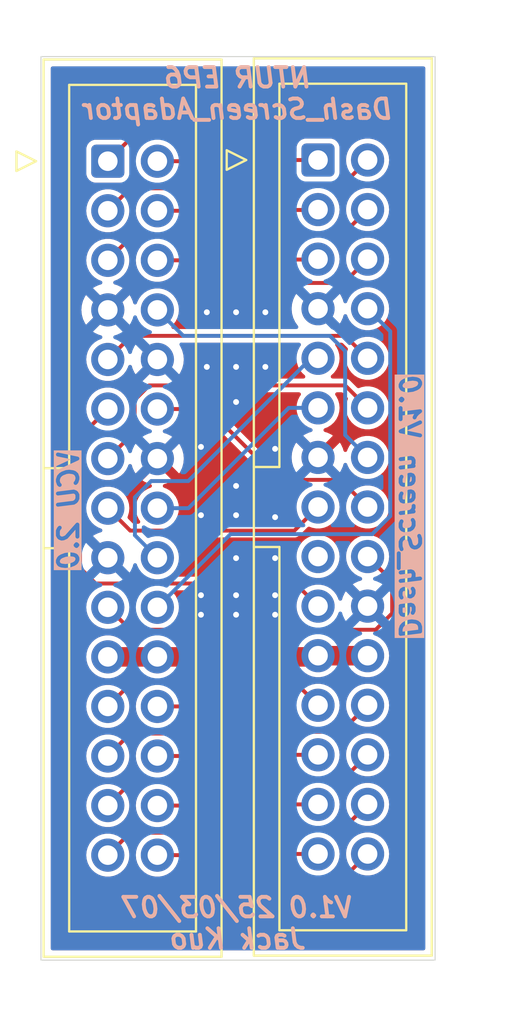
<source format=kicad_pcb>
(kicad_pcb (version 20240108) (generator "pcbnew") (generator_version "8.0")
  (title_block (title "Dash_Screen_Adaptor") (date "2025-03-07") (rev "1.0") (company "NTURacing") (comment 1 "Jack Kuo"))
  (layers (0 "F.Cu" signal) (31 "B.Cu" signal) (34 "B.Paste" user) (35 "F.Paste" user) (36 "B.SilkS" user "B.Silkscreen") (37 "F.SilkS" user "F.Silkscreen") (38 "B.Mask" user) (39 "F.Mask" user) (44 "Edge.Cuts" user))
  (net 0 "")
  (net 1 "/SPI4_LEDPWM_5VTTL")
  (net 2 "/button_raw2")
  (net 3 "/I2C2_SDA")
  (net 4 "/button_raw3")
  (net 5 "GND")
  (net 6 "+5V")
  (net 7 "/TP_MOSI")
  (net 8 "/button_raw4")
  (net 9 "/button_raw7")
  (net 10 "/LCD_DC")
  (net 11 "/BL_PWM")
  (net 12 "/SPI4_MOSI_5VTTL")
  (net 13 "/LCD_MISO")
  (net 14 "/LCD_CS")
  (net 15 "/RTDlight")
  (net 16 "/SPI4_SCK_5VTTL")
  (net 17 "/button_raw6")
  (net 18 "/TP_CS")
  (net 19 "/button_raw1")
  (net 20 "/I2C2_SCL")
  (net 21 "/TP_IRQ")
  (net 22 "/LCD_MOSI")
  (net 23 "/TP_MISO")
  (net 24 "/LCD_SCK")
  (net 25 "/SPI4_CS_5VTTL")
  (net 26 "/button_raw5")
  (net 27 "/TP_SCK")
  (footprint "Connector_IDC:IDC-Header_2x15_P2.54mm_Vertical" (layer "F.Cu") (at 92.4 37)
    (property "Reference" "J1" (hide yes))
    (property "Value" "Dashboard")
    (fp_line (start -4.68 -0.5) (end -4.68 0.5) (stroke (width 0.12)) (layer "F.SilkS"))
    (fp_line (start -4.68 0.5) (end -3.68 0) (stroke (width 0.12)) (layer "F.SilkS"))
    (fp_line (start -3.68 0) (end -4.68 -0.5) (stroke (width 0.12)) (layer "F.SilkS"))
    (fp_line (start -3.29 -5.21) (end 5.83 -5.21) (stroke (width 0.12)) (layer "F.SilkS"))
    (fp_line (start -3.29 15.73) (end -1.98 15.73) (stroke (width 0.12)) (layer "F.SilkS"))
    (fp_line (start -3.29 40.77) (end -3.29 -5.21) (stroke (width 0.12)) (layer "F.SilkS"))
    (fp_line (start -1.98 -3.91) (end 4.52 -3.91) (stroke (width 0.12)) (layer "F.SilkS"))
    (fp_line (start -1.98 15.73) (end -1.98 -3.91) (stroke (width 0.12)) (layer "F.SilkS"))
    (fp_line (start -1.98 19.83) (end -3.29 19.83) (stroke (width 0.12)) (layer "F.SilkS"))
    (fp_line (start -1.98 19.83) (end -1.98 19.83) (stroke (width 0.12)) (layer "F.SilkS"))
    (fp_line (start -1.98 39.47) (end -1.98 19.83) (stroke (width 0.12)) (layer "F.SilkS"))
    (fp_line (start 4.52 -3.91) (end 4.52 39.47) (stroke (width 0.12)) (layer "F.SilkS"))
    (fp_line (start 4.52 39.47) (end -1.98 39.47) (stroke (width 0.12)) (layer "F.SilkS"))
    (fp_line (start 5.83 -5.21) (end 5.83 40.77) (stroke (width 0.12)) (layer "F.SilkS"))
    (fp_line (start 5.83 40.77) (end -3.29 40.77) (stroke (width 0.12)) (layer "F.SilkS"))
    (pad "1" thru_hole roundrect (at 0 0) (size 1.7 1.7) (drill 1) (layers "*.Cu" "*.Mask") (roundrect_rratio 0.147059) (net 20 "/I2C2_SCL"))
    (pad "2" thru_hole circle (at 2.54 0) (size 1.7 1.7) (drill 1) (layers "*.Cu" "*.Mask") (net 3 "/I2C2_SDA"))
    (pad "3" thru_hole circle (at 0 2.54) (size 1.7 1.7) (drill 1) (layers "*.Cu" "*.Mask") (net 12 "/SPI4_MOSI_5VTTL"))
    (pad "4" thru_hole circle (at 2.54 2.54) (size 1.7 1.7) (drill 1) (layers "*.Cu" "*.Mask") (net 1 "/SPI4_LEDPWM_5VTTL"))
    (pad "5" thru_hole circle (at 0 5.08) (size 1.7 1.7) (drill 1) (layers "*.Cu" "*.Mask") (net 16 "/SPI4_SCK_5VTTL"))
    (pad "6" thru_hole circle (at 2.54 5.08) (size 1.7 1.7) (drill 1) (layers "*.Cu" "*.Mask") (net 25 "/SPI4_CS_5VTTL"))
    (pad "7" thru_hole circle (at 0 7.62) (size 1.7 1.7) (drill 1) (layers "*.Cu" "*.Mask") (net 5 "GND"))
    (pad "8" thru_hole circle (at 2.54 7.62) (size 1.7 1.7) (drill 1) (layers "*.Cu" "*.Mask") (net 21 "/TP_IRQ"))
    (pad "9" thru_hole circle (at 0 10.16) (size 1.7 1.7) (drill 1) (layers "*.Cu" "*.Mask") (net 23 "/TP_MISO"))
    (pad "10" thru_hole circle (at 2.54 10.16) (size 1.7 1.7) (drill 1) (layers "*.Cu" "*.Mask") (net 27 "/TP_SCK"))
    (pad "11" thru_hole circle (at 0 12.7) (size 1.7 1.7) (drill 1) (layers "*.Cu" "*.Mask") (net 18 "/TP_CS"))
    (pad "12" thru_hole circle (at 2.54 12.7) (size 1.7 1.7) (drill 1) (layers "*.Cu" "*.Mask") (net 7 "/TP_MOSI"))
    (pad "13" thru_hole circle (at 0 15.24) (size 1.7 1.7) (drill 1) (layers "*.Cu" "*.Mask") (net 5 "GND"))
    (pad "14" thru_hole circle (at 2.54 15.24) (size 1.7 1.7) (drill 1) (layers "*.Cu" "*.Mask") (net 11 "/BL_PWM"))
    (pad "15" thru_hole circle (at 0 17.78) (size 1.7 1.7) (drill 1) (layers "*.Cu" "*.Mask") (net 24 "/LCD_SCK"))
    (pad "16" thru_hole circle (at 2.54 17.78) (size 1.7 1.7) (drill 1) (layers "*.Cu" "*.Mask") (net 10 "/LCD_DC"))
    (pad "17" thru_hole circle (at 0 20.32) (size 1.7 1.7) (drill 1) (layers "*.Cu" "*.Mask") (net 13 "/LCD_MISO"))
    (pad "18" thru_hole circle (at 2.54 20.32) (size 1.7 1.7) (drill 1) (layers "*.Cu" "*.Mask") (net 22 "/LCD_MOSI"))
    (pad "19" thru_hole circle (at 0 22.86) (size 1.7 1.7) (drill 1) (layers "*.Cu" "*.Mask") (net 14 "/LCD_CS"))
    (pad "20" thru_hole circle (at 2.54 22.86) (size 1.7 1.7) (drill 1) (layers "*.Cu" "*.Mask") (net 5 "GND"))
    (pad "21" thru_hole circle (at 0 25.4) (size 1.7 1.7) (drill 1) (layers "*.Cu" "*.Mask") (net 6 "+5V"))
    (pad "22" thru_hole circle (at 2.54 25.4) (size 1.7 1.7) (drill 1) (layers "*.Cu" "*.Mask") (net 6 "+5V"))
    (pad "23" thru_hole circle (at 0 27.94) (size 1.7 1.7) (drill 1) (layers "*.Cu" "*.Mask") (net 19 "/button_raw1"))
    (pad "24" thru_hole circle (at 2.54 27.94) (size 1.7 1.7) (drill 1) (layers "*.Cu" "*.Mask") (net 15 "/RTDlight"))
    (pad "25" thru_hole circle (at 0 30.48) (size 1.7 1.7) (drill 1) (layers "*.Cu" "*.Mask") (net 4 "/button_raw3"))
    (pad "26" thru_hole circle (at 2.54 30.48) (size 1.7 1.7) (drill 1) (layers "*.Cu" "*.Mask") (net 2 "/button_raw2"))
    (pad "27" thru_hole circle (at 0 33.02) (size 1.7 1.7) (drill 1) (layers "*.Cu" "*.Mask") (net 26 "/button_raw5"))
    (pad "28" thru_hole circle (at 2.54 33.02) (size 1.7 1.7) (drill 1) (layers "*.Cu" "*.Mask") (net 8 "/button_raw4"))
    (pad "29" thru_hole circle (at 0 35.56) (size 1.7 1.7) (drill 1) (layers "*.Cu" "*.Mask") (net 9 "/button_raw7"))
    (pad "30" thru_hole circle (at 2.54 35.56) (size 1.7 1.7) (drill 1) (layers "*.Cu" "*.Mask") (net 17 "/button_raw6"))
  )
  (footprint "Connector_IDC:IDC-Header_2x15_P2.54mm_Vertical" (layer "F.Cu") (at 81.625 37.06)
    (property "Reference" "J2" (hide yes))
    (property "Value" "Dashboard")
    (fp_line (start -4.68 -0.5) (end -4.68 0.5) (stroke (width 0.12)) (layer "F.SilkS"))
    (fp_line (start -4.68 0.5) (end -3.68 0) (stroke (width 0.12)) (layer "F.SilkS"))
    (fp_line (start -3.68 0) (end -4.68 -0.5) (stroke (width 0.12)) (layer "F.SilkS"))
    (fp_line (start -3.29 -5.21) (end 5.83 -5.21) (stroke (width 0.12)) (layer "F.SilkS"))
    (fp_line (start -3.29 15.73) (end -1.98 15.73) (stroke (width 0.12)) (layer "F.SilkS"))
    (fp_line (start -3.29 40.77) (end -3.29 -5.21) (stroke (width 0.12)) (layer "F.SilkS"))
    (fp_line (start -1.98 -3.91) (end 4.52 -3.91) (stroke (width 0.12)) (layer "F.SilkS"))
    (fp_line (start -1.98 15.73) (end -1.98 -3.91) (stroke (width 0.12)) (layer "F.SilkS"))
    (fp_line (start -1.98 19.83) (end -3.29 19.83) (stroke (width 0.12)) (layer "F.SilkS"))
    (fp_line (start -1.98 19.83) (end -1.98 19.83) (stroke (width 0.12)) (layer "F.SilkS"))
    (fp_line (start -1.98 39.47) (end -1.98 19.83) (stroke (width 0.12)) (layer "F.SilkS"))
    (fp_line (start 4.52 -3.91) (end 4.52 39.47) (stroke (width 0.12)) (layer "F.SilkS"))
    (fp_line (start 4.52 39.47) (end -1.98 39.47) (stroke (width 0.12)) (layer "F.SilkS"))
    (fp_line (start 5.83 -5.21) (end 5.83 40.77) (stroke (width 0.12)) (layer "F.SilkS"))
    (fp_line (start 5.83 40.77) (end -3.29 40.77) (stroke (width 0.12)) (layer "F.SilkS"))
    (pad "1" thru_hole roundrect (at 0 0) (size 1.7 1.7) (drill 1) (layers "*.Cu" "*.Mask") (roundrect_rratio 0.147059) (net 20 "/I2C2_SCL"))
    (pad "2" thru_hole circle (at 2.54 0) (size 1.7 1.7) (drill 1) (layers "*.Cu" "*.Mask") (net 3 "/I2C2_SDA"))
    (pad "3" thru_hole circle (at 0 2.54) (size 1.7 1.7) (drill 1) (layers "*.Cu" "*.Mask") (net 12 "/SPI4_MOSI_5VTTL"))
    (pad "4" thru_hole circle (at 2.54 2.54) (size 1.7 1.7) (drill 1) (layers "*.Cu" "*.Mask") (net 1 "/SPI4_LEDPWM_5VTTL"))
    (pad "5" thru_hole circle (at 0 5.08) (size 1.7 1.7) (drill 1) (layers "*.Cu" "*.Mask") (net 16 "/SPI4_SCK_5VTTL"))
    (pad "6" thru_hole circle (at 2.54 5.08) (size 1.7 1.7) (drill 1) (layers "*.Cu" "*.Mask") (net 25 "/SPI4_CS_5VTTL"))
    (pad "7" thru_hole circle (at 0 7.62) (size 1.7 1.7) (drill 1) (layers "*.Cu" "*.Mask") (net 5 "GND"))
    (pad "8" thru_hole circle (at 2.54 7.62) (size 1.7 1.7) (drill 1) (layers "*.Cu" "*.Mask") (net 11 "/BL_PWM"))
    (pad "9" thru_hole circle (at 0 10.16) (size 1.7 1.7) (drill 1) (layers "*.Cu" "*.Mask") (net 27 "/TP_SCK"))
    (pad "10" thru_hole circle (at 2.54 10.16) (size 1.7 1.7) (drill 1) (layers "*.Cu" "*.Mask") (net 5 "GND"))
    (pad "11" thru_hole circle (at 0 12.7) (size 1.7 1.7) (drill 1) (layers "*.Cu" "*.Mask") (net 14 "/LCD_CS"))
    (pad "12" thru_hole circle (at 2.54 12.7) (size 1.7 1.7) (drill 1) (layers "*.Cu" "*.Mask") (net 10 "/LCD_DC"))
    (pad "13" thru_hole circle (at 0 15.24) (size 1.7 1.7) (drill 1) (layers "*.Cu" "*.Mask") (net 7 "/TP_MOSI"))
    (pad "14" thru_hole circle (at 2.54 15.24) (size 1.7 1.7) (drill 1) (layers "*.Cu" "*.Mask") (net 5 "GND"))
    (pad "15" thru_hole circle (at 0 17.78) (size 1.7 1.7) (drill 1) (layers "*.Cu" "*.Mask") (net 24 "/LCD_SCK"))
    (pad "16" thru_hole circle (at 2.54 17.78) (size 1.7 1.7) (drill 1) (layers "*.Cu" "*.Mask") (net 18 "/TP_CS"))
    (pad "17" thru_hole circle (at 0 20.32) (size 1.7 1.7) (drill 1) (layers "*.Cu" "*.Mask") (net 5 "GND"))
    (pad "18" thru_hole circle (at 2.54 20.32) (size 1.7 1.7) (drill 1) (layers "*.Cu" "*.Mask") (net 23 "/TP_MISO"))
    (pad "19" thru_hole circle (at 0 22.86) (size 1.7 1.7) (drill 1) (layers "*.Cu" "*.Mask") (net 22 "/LCD_MOSI"))
    (pad "20" thru_hole circle (at 2.54 22.86) (size 1.7 1.7) (drill 1) (layers "*.Cu" "*.Mask") (net 21 "/TP_IRQ"))
    (pad "21" thru_hole circle (at 0 25.4) (size 1.7 1.7) (drill 1) (layers "*.Cu" "*.Mask") (net 6 "+5V"))
    (pad "22" thru_hole circle (at 2.54 25.4) (size 1.7 1.7) (drill 1) (layers "*.Cu" "*.Mask") (net 6 "+5V"))
    (pad "23" thru_hole circle (at 0 27.94) (size 1.7 1.7) (drill 1) (layers "*.Cu" "*.Mask") (net 19 "/button_raw1"))
    (pad "24" thru_hole circle (at 2.54 27.94) (size 1.7 1.7) (drill 1) (layers "*.Cu" "*.Mask") (net 15 "/RTDlight"))
    (pad "25" thru_hole circle (at 0 30.48) (size 1.7 1.7) (drill 1) (layers "*.Cu" "*.Mask") (net 4 "/button_raw3"))
    (pad "26" thru_hole circle (at 2.54 30.48) (size 1.7 1.7) (drill 1) (layers "*.Cu" "*.Mask") (net 2 "/button_raw2"))
    (pad "27" thru_hole circle (at 0 33.02) (size 1.7 1.7) (drill 1) (layers "*.Cu" "*.Mask") (net 26 "/button_raw5"))
    (pad "28" thru_hole circle (at 2.54 33.02) (size 1.7 1.7) (drill 1) (layers "*.Cu" "*.Mask") (net 8 "/button_raw4"))
    (pad "29" thru_hole circle (at 0 35.56) (size 1.7 1.7) (drill 1) (layers "*.Cu" "*.Mask") (net 9 "/button_raw7"))
    (pad "30" thru_hole circle (at 2.54 35.56) (size 1.7 1.7) (drill 1) (layers "*.Cu" "*.Mask") (net 17 "/button_raw6"))
  )
  (gr_rect (start 78.2 31.7) (end 98.4 78) (stroke (width 0.05)) (fill none) (layer "Edge.Cuts"))
  (gr_text "V1.0 25/03/07\nJack Kuo" (at 88.3 77.5 0) (layer "B.SilkS") (effects (font (size 1 1) (thickness 0.2) (bold yes) (italic yes)) (justify bottom mirror)))
  (gr_text "Dash_Screen V1.0" (at 96.5 54.8 -90) (layer "B.SilkS" knockout) (effects (font (size 1 1) (thickness 0.2) (bold yes) (italic yes)) (justify bottom mirror)))
  (gr_text "VCU 2.0" (at 80.2 54.9 90) (layer "B.SilkS" knockout) (effects (font (size 1 1) (thickness 0.2) (bold yes) (italic yes)) (justify bottom mirror)))
  (gr_text "NTUR EP6\nDash_Screen_Adaptor" (at 88.3 32.2 -0) (layer "B.SilkS") (effects (font (size 1 1) (thickness 0.2) (bold yes) (italic yes)) (justify top mirror)))
  (segment (start 89.3 40.8) (end 93.68 40.8) (width 0.2) (layer "F.Cu") (net 1))
  (segment (start 93.68 40.8) (end 94.94 39.54) (width 0.2) (layer "F.Cu") (net 1))
  (segment (start 84.165 39.6) (end 88.1 39.6) (width 0.2) (layer "F.Cu") (net 1))
  (segment (start 88.1 39.6) (end 89.3 40.8) (width 0.2) (layer "F.Cu") (net 1))
  (segment (start 93.62 68.8) (end 89.5 68.8) (width 0.2) (layer "F.Cu") (net 2))
  (segment (start 94.94 67.48) (end 93.62 68.8) (width 0.2) (layer "F.Cu") (net 2))
  (segment (start 89.5 68.8) (end 88.24 67.54) (width 0.2) (layer "F.Cu") (net 2))
  (segment (start 88.24 67.54) (end 84.165 67.54) (width 0.2) (layer "F.Cu") (net 2))
  (segment (start 89.36 37.06) (end 84.165 37.06) (width 0.2) (layer "F.Cu") (net 3))
  (segment (start 90.6 38.3) (end 89.36 37.06) (width 0.2) (layer "F.Cu") (net 3))
  (segment (start 94.94 37) (end 93.64 38.3) (width 0.2) (layer "F.Cu") (net 3))
  (segment (start 93.64 38.3) (end 90.6 38.3) (width 0.2) (layer "F.Cu") (net 3))
  (segment (start 82.775 66.39) (end 88.79 66.39) (width 0.2) (layer "F.Cu") (net 4))
  (segment (start 81.625 67.54) (end 82.775 66.39) (width 0.2) (layer "F.Cu") (net 4))
  (segment (start 88.79 66.39) (end 89.88 67.48) (width 0.2) (layer "F.Cu") (net 4))
  (segment (start 89.88 67.48) (end 92.4 67.48) (width 0.2) (layer "F.Cu") (net 4))
  (via (at 86.4 51.7) (size 0.6) (drill 0.3) (layers "F.Cu" "B.Cu") (net 5))
  (via (at 90.2 51.8) (size 0.6) (drill 0.3) (layers "F.Cu" "B.Cu") (net 5))
  (via (at 88.2 59.3) (size 0.6) (drill 0.3) (layers "F.Cu" "B.Cu") (net 5))
  (via (at 90.2 57.4) (size 0.6) (drill 0.3) (layers "F.Cu" "B.Cu") (net 5))
  (via (at 88.2 44.8) (size 0.6) (drill 0.3) (layers "F.Cu" "B.Cu") (net 5))
  (via (at 89.7 44.8) (size 0.6) (drill 0.3) (layers "F.Cu" "B.Cu") (net 5))
  (via (at 88.2 55.2) (size 0.6) (drill 0.3) (layers "F.Cu" "B.Cu") (net 5))
  (via (at 88.2 60.3) (size 0.6) (drill 0.3) (layers "F.Cu" "B.Cu") (net 5))
  (via (at 86.4 60.3) (size 0.6) (drill 0.3) (layers "F.Cu" "B.Cu") (net 5))
  (via (at 90.2 55.3) (size 0.6) (drill 0.3) (layers "F.Cu" "B.Cu") (net 5))
  (via (at 90.2 60.3) (size 0.6) (drill 0.3) (layers "F.Cu" "B.Cu") (net 5))
  (via (at 86.7 47.6) (size 0.6) (drill 0.3) (layers "F.Cu" "B.Cu") (net 5))
  (via (at 86.7 44.8) (size 0.6) (drill 0.3) (layers "F.Cu" "B.Cu") (net 5))
  (via (at 88.2 49.4) (size 0.6) (drill 0.3) (layers "F.Cu" "B.Cu") (net 5))
  (via (at 89.7 47.6) (size 0.6) (drill 0.3) (layers "F.Cu" "B.Cu") (net 5))
  (via (at 88.2 53.7) (size 0.6) (drill 0.3) (layers "F.Cu" "B.Cu") (net 5))
  (via (at 86.4 59.3) (size 0.6) (drill 0.3) (layers "F.Cu" "B.Cu") (net 5))
  (via (at 86.4 55.2) (size 0.6) (drill 0.3) (layers "F.Cu" "B.Cu") (net 5))
  (via (at 90.2 59.3) (size 0.6) (drill 0.3) (layers "F.Cu" "B.Cu") (net 5))
  (via (at 88.2 47.6) (size 0.6) (drill 0.3) (layers "F.Cu" "B.Cu") (net 5))
  (via (at 88.2 57.4) (size 0.6) (drill 0.3) (layers "F.Cu" "B.Cu") (net 5))
  (segment (start 92.34 62.46) (end 92.4 62.4) (width 1) (layer "F.Cu") (net 6))
  (segment (start 92.4 62.4) (end 94.94 62.4) (width 1) (layer "F.Cu") (net 6))
  (segment (start 84.165 62.46) (end 92.34 62.46) (width 1) (layer "F.Cu") (net 6))
  (segment (start 81.625 62.46) (end 84.165 62.46) (width 1) (layer "F.Cu") (net 6))
  (segment (start 83.748654 48.55) (end 83 49.298654) (width 0.2) (layer "F.Cu") (net 7))
  (segment (start 94.94 49.7) (end 93.79 48.55) (width 0.2) (layer "F.Cu") (net 7))
  (segment (start 83 50.925) (end 81.625 52.3) (width 0.2) (layer "F.Cu") (net 7))
  (segment (start 83 49.298654) (end 83 50.925) (width 0.2) (layer "F.Cu") (net 7))
  (segment (start 93.79 48.55) (end 83.748654 48.55) (width 0.2) (layer "F.Cu") (net 7))
  (segment (start 88.9 71.3) (end 87.68 70.08) (width 0.2) (layer "F.Cu") (net 8))
  (segment (start 94.94 70.02) (end 93.66 71.3) (width 0.2) (layer "F.Cu") (net 8))
  (segment (start 87.68 70.08) (end 84.165 70.08) (width 0.2) (layer "F.Cu") (net 8))
  (segment (start 93.66 71.3) (end 88.9 71.3) (width 0.2) (layer "F.Cu") (net 8))
  (segment (start 87.07 71.47) (end 88.16 72.56) (width 0.2) (layer "F.Cu") (net 9))
  (segment (start 88.16 72.56) (end 92.4 72.56) (width 0.2) (layer "F.Cu") (net 9))
  (segment (start 82.775 71.47) (end 87.07 71.47) (width 0.2) (layer "F.Cu") (net 9))
  (segment (start 81.625 72.62) (end 82.775 71.47) (width 0.2) (layer "F.Cu") (net 9))
  (segment (start 93.55 53.39) (end 90.39 53.39) (width 0.2) (layer "F.Cu") (net 10))
  (segment (start 94.94 54.78) (end 93.55 53.39) (width 0.2) (layer "F.Cu") (net 10))
  (segment (start 86.76 49.76) (end 84.165 49.76) (width 0.2) (layer "F.Cu") (net 10))
  (segment (start 90.39 53.39) (end 86.76 49.76) (width 0.2) (layer "F.Cu") (net 10))
  (segment (start 93.79 46.79) (end 93.79 51.09) (width 0.2) (layer "B.Cu") (net 11))
  (segment (start 84.165 44.68) (end 85.495 46.01) (width 0.2) (layer "B.Cu") (net 11))
  (segment (start 93.01 46.01) (end 93.79 46.79) (width 0.2) (layer "B.Cu") (net 11))
  (segment (start 85.495 46.01) (end 93.01 46.01) (width 0.2) (layer "B.Cu") (net 11))
  (segment (start 93.79 51.09) (end 94.94 52.24) (width 0.2) (layer "B.Cu") (net 11))
  (segment (start 82.775 38.45) (end 88.85 38.45) (width 0.2) (layer "F.Cu") (net 12))
  (segment (start 88.85 38.45) (end 89.96 39.56) (width 0.2) (layer "F.Cu") (net 12))
  (segment (start 92.38 39.56) (end 92.4 39.54) (width 0.2) (layer "F.Cu") (net 12))
  (segment (start 89.96 39.56) (end 92.38 39.56) (width 0.2) (layer "F.Cu") (net 12))
  (segment (start 81.625 39.6) (end 82.775 38.45) (width 0.2) (layer "F.Cu") (net 12))
  (segment (start 91.24 58.7) (end 81 58.7) (width 0.2) (layer "F.Cu") (net 14))
  (segment (start 80.2 51.185) (end 81.625 49.76) (width 0.2) (layer "F.Cu") (net 14))
  (segment (start 80.2 57.9) (end 80.2 51.185) (width 0.2) (layer "F.Cu") (net 14))
  (segment (start 92.4 59.86) (end 91.24 58.7) (width 0.2) (layer "F.Cu") (net 14))
  (segment (start 81 58.7) (end 80.2 57.9) (width 0.2) (layer "F.Cu") (net 14))
  (segment (start 94.94 64.94) (end 93.58 66.3) (width 0.2) (layer "F.Cu") (net 15))
  (segment (start 90.5 66.3) (end 89.2 65) (width 0.2) (layer "F.Cu") (net 15))
  (segment (start 93.58 66.3) (end 90.5 66.3) (width 0.2) (layer "F.Cu") (net 15))
  (segment (start 89.2 65) (end 84.165 65) (width 0.2) (layer "F.Cu") (net 15))
  (segment (start 87.7 40.9) (end 88.9 42.1) (width 0.2) (layer "F.Cu") (net 16))
  (segment (start 92.38 42.1) (end 92.4 42.08) (width 0.2) (layer "F.Cu") (net 16))
  (segment (start 82.865 40.9) (end 87.7 40.9) (width 0.2) (layer "F.Cu") (net 16))
  (segment (start 81.625 42.14) (end 82.865 40.9) (width 0.2) (layer "F.Cu") (net 16))
  (segment (start 88.9 42.1) (end 92.38 42.1) (width 0.2) (layer "F.Cu") (net 16))
  (segment (start 86.42 72.62) (end 87.8 74) (width 0.2) (layer "F.Cu") (net 17))
  (segment (start 87.8 74) (end 93.5 74) (width 0.2) (layer "F.Cu") (net 17))
  (segment (start 84.165 72.62) (end 86.42 72.62) (width 0.2) (layer "F.Cu") (net 17))
  (segment (start 93.5 74) (end 94.94 72.56) (width 0.2) (layer "F.Cu") (net 17))
  (segment (start 85.76 54.84) (end 90.9 49.7) (width 0.2) (layer "B.Cu") (net 18))
  (segment (start 90.9 49.7) (end 92.4 49.7) (width 0.2) (layer "B.Cu") (net 18))
  (segment (start 84.165 54.84) (end 85.76 54.84) (width 0.2) (layer "B.Cu") (net 18))
  (segment (start 91.16 63.7) (end 82.925 63.7) (width 0.2) (layer "F.Cu") (net 19))
  (segment (start 82.925 63.7) (end 81.625 65) (width 0.2) (layer "F.Cu") (net 19))
  (segment (start 92.4 64.94) (end 91.16 63.7) (width 0.2) (layer "F.Cu") (net 19))
  (segment (start 81.625 37.06) (end 83.085 35.6) (width 0.2) (layer "F.Cu") (net 20))
  (segment (start 91 37) (end 92.4 37) (width 0.2) (layer "F.Cu") (net 20))
  (segment (start 83.085 35.6) (end 89.6 35.6) (width 0.2) (layer "F.Cu") (net 20))
  (segment (start 89.6 35.6) (end 91 37) (width 0.2) (layer "F.Cu") (net 20))
  (segment (start 87.915 56.17) (end 84.165 59.92) (width 0.2) (layer "B.Cu") (net 21))
  (segment (start 96.1 55.246346) (end 95.176346 56.17) (width 0.2) (layer "B.Cu") (net 21))
  (segment (start 96.1 45.78) (end 96.1 55.246346) (width 0.2) (layer "B.Cu") (net 21))
  (segment (start 94.94 44.62) (end 96.1 45.78) (width 0.2) (layer "B.Cu") (net 21))
  (segment (start 95.176346 56.17) (end 87.915 56.17) (width 0.2) (layer "B.Cu") (net 21))
  (segment (start 95.356346 61.07) (end 96.2 60.226346) (width 0.2) (layer "F.Cu") (net 22))
  (segment (start 96.2 60.226346) (end 96.2 58.58) (width 0.2) (layer "F.Cu") (net 22))
  (segment (start 81.625 59.92) (end 82.775 61.07) (width 0.2) (layer "F.Cu") (net 22))
  (segment (start 96.2 58.58) (end 94.94 57.32) (width 0.2) (layer "F.Cu") (net 22))
  (segment (start 82.775 61.07) (end 95.356346 61.07) (width 0.2) (layer "F.Cu") (net 22))
  (segment (start 92.04 47.16) (end 85.75 53.45) (width 0.2) (layer "B.Cu") (net 23))
  (segment (start 83.85 53.45) (end 83.015 54.285) (width 0.2) (layer "B.Cu") (net 23))
  (segment (start 92.4 47.16) (end 92.04 47.16) (width 0.2) (layer "B.Cu") (net 23))
  (segment (start 85.75 53.45) (end 83.85 53.45) (width 0.2) (layer "B.Cu") (net 23))
  (segment (start 83.015 54.285) (end 83.015 56.23) (width 0.2) (layer "B.Cu") (net 23))
  (segment (start 83.015 56.23) (end 84.165 57.38) (width 0.2) (layer "B.Cu") (net 23))
  (segment (start 82.775 55.99) (end 81.625 54.84) (width 0.2) (layer "F.Cu") (net 24))
  (segment (start 92.4 54.78) (end 91.19 55.99) (width 0.2) (layer "F.Cu") (net 24))
  (segment (start 91.19 55.99) (end 82.775 55.99) (width 0.2) (layer "F.Cu") (net 24))
  (segment (start 86.84 42.14) (end 84.165 42.14) (width 0.2) (layer "F.Cu") (net 25))
  (segment (start 93.72 43.3) (end 88 43.3) (width 0.2) (layer "F.Cu") (net 25))
  (segment (start 88 43.3) (end 86.84 42.14) (width 0.2) (layer "F.Cu") (net 25))
  (segment (start 94.94 42.08) (end 93.72 43.3) (width 0.2) (layer "F.Cu") (net 25))
  (segment (start 88.92 70.02) (end 87.7 68.8) (width 0.2) (layer "F.Cu") (net 26))
  (segment (start 92.4 70.02) (end 88.92 70.02) (width 0.2) (layer "F.Cu") (net 26))
  (segment (start 87.7 68.8) (end 82.905 68.8) (width 0.2) (layer "F.Cu") (net 26))
  (segment (start 82.905 68.8) (end 81.625 70.08) (width 0.2) (layer "F.Cu") (net 26))
  (segment (start 93.79 46.01) (end 82.835 46.01) (width 0.2) (layer "F.Cu") (net 27))
  (segment (start 82.835 46.01) (end 81.625 47.22) (width 0.2) (layer "F.Cu") (net 27))
  (segment (start 94.94 47.16) (end 93.79 46.01) (width 0.2) (layer "F.Cu") (net 27))
  (zone (net 5) (net_name "GND") (layers "F&B.Cu") (connect_pads (clearance 0.25)) (min_thickness 0.2) (fill yes (thermal_gap 0.5) (thermal_bridge_width 0.5))
    (polygon (pts (xy 76.1 28.8) (xy 102 28.8) (xy 102 81.3) (xy 76.1 81.3)))
  )
)
</source>
